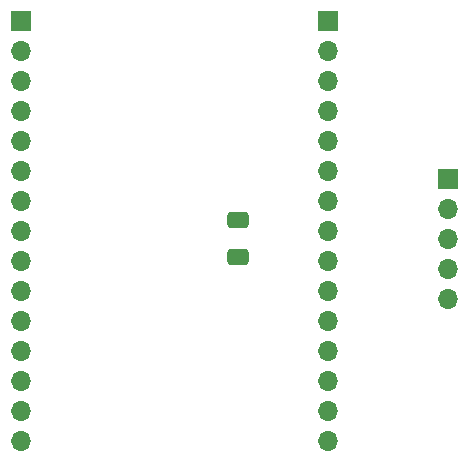
<source format=gbr>
%TF.GenerationSoftware,KiCad,Pcbnew,6.0.9*%
%TF.CreationDate,2022-12-25T21:15:46+09:00*%
%TF.ProjectId,Aideepen_ESP32,41696465-6570-4656-9e5f-45535033322e,rev?*%
%TF.SameCoordinates,Original*%
%TF.FileFunction,Soldermask,Top*%
%TF.FilePolarity,Negative*%
%FSLAX46Y46*%
G04 Gerber Fmt 4.6, Leading zero omitted, Abs format (unit mm)*
G04 Created by KiCad (PCBNEW 6.0.9) date 2022-12-25 21:15:46*
%MOMM*%
%LPD*%
G01*
G04 APERTURE LIST*
G04 Aperture macros list*
%AMRoundRect*
0 Rectangle with rounded corners*
0 $1 Rounding radius*
0 $2 $3 $4 $5 $6 $7 $8 $9 X,Y pos of 4 corners*
0 Add a 4 corners polygon primitive as box body*
4,1,4,$2,$3,$4,$5,$6,$7,$8,$9,$2,$3,0*
0 Add four circle primitives for the rounded corners*
1,1,$1+$1,$2,$3*
1,1,$1+$1,$4,$5*
1,1,$1+$1,$6,$7*
1,1,$1+$1,$8,$9*
0 Add four rect primitives between the rounded corners*
20,1,$1+$1,$2,$3,$4,$5,0*
20,1,$1+$1,$4,$5,$6,$7,0*
20,1,$1+$1,$6,$7,$8,$9,0*
20,1,$1+$1,$8,$9,$2,$3,0*%
G04 Aperture macros list end*
%ADD10RoundRect,0.250000X0.650000X-0.412500X0.650000X0.412500X-0.650000X0.412500X-0.650000X-0.412500X0*%
%ADD11R,1.700000X1.700000*%
%ADD12O,1.700000X1.700000*%
G04 APERTURE END LIST*
D10*
%TO.C,C1*%
X129540000Y-90462500D03*
X129540000Y-87337500D03*
%TD*%
D11*
%TO.C,J2*%
X137160000Y-70450000D03*
D12*
X137160000Y-72990000D03*
X137160000Y-75530000D03*
X137160000Y-78070000D03*
X137160000Y-80610000D03*
X137160000Y-83150000D03*
X137160000Y-85690000D03*
X137160000Y-88230000D03*
X137160000Y-90770000D03*
X137160000Y-93310000D03*
X137160000Y-95850000D03*
X137160000Y-98390000D03*
X137160000Y-100930000D03*
X137160000Y-103470000D03*
X137160000Y-106010000D03*
%TD*%
D11*
%TO.C,J1*%
X147320000Y-83820000D03*
D12*
X147320000Y-86360000D03*
X147320000Y-88900000D03*
X147320000Y-91440000D03*
X147320000Y-93980000D03*
%TD*%
D11*
%TO.C,J3*%
X111160000Y-70450000D03*
D12*
X111160000Y-72990000D03*
X111160000Y-75530000D03*
X111160000Y-78070000D03*
X111160000Y-80610000D03*
X111160000Y-83150000D03*
X111160000Y-85690000D03*
X111160000Y-88230000D03*
X111160000Y-90770000D03*
X111160000Y-93310000D03*
X111160000Y-95850000D03*
X111160000Y-98390000D03*
X111160000Y-100930000D03*
X111160000Y-103470000D03*
X111160000Y-106010000D03*
%TD*%
M02*

</source>
